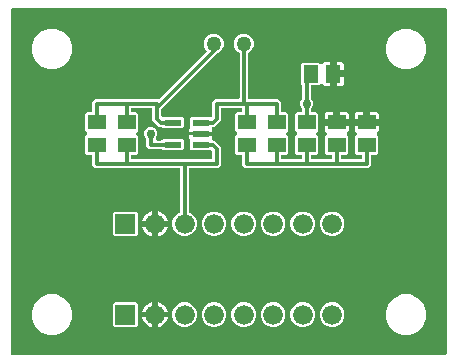
<source format=gbr>
G04 EAGLE Gerber RS-274X export*
G75*
%MOMM*%
%FSLAX34Y34*%
%LPD*%
%INTop Copper*%
%IPPOS*%
%AMOC8*
5,1,8,0,0,1.08239X$1,22.5*%
G01*
%ADD10R,1.500000X1.300000*%
%ADD11R,1.300000X1.500000*%
%ADD12C,1.270000*%
%ADD13R,1.473200X0.558800*%
%ADD14R,1.676400X1.676400*%
%ADD15C,1.676400*%
%ADD16C,0.304800*%
%ADD17C,0.756400*%

G36*
X370502Y3004D02*
X370502Y3004D01*
X370528Y3002D01*
X370675Y3024D01*
X370822Y3041D01*
X370847Y3049D01*
X370873Y3053D01*
X371011Y3108D01*
X371150Y3158D01*
X371172Y3172D01*
X371197Y3182D01*
X371318Y3267D01*
X371443Y3347D01*
X371461Y3366D01*
X371483Y3381D01*
X371582Y3491D01*
X371685Y3598D01*
X371699Y3620D01*
X371716Y3640D01*
X371788Y3770D01*
X371864Y3897D01*
X371872Y3922D01*
X371885Y3945D01*
X371925Y4088D01*
X371970Y4229D01*
X371972Y4255D01*
X371980Y4280D01*
X371999Y4524D01*
X371999Y295476D01*
X371997Y295497D01*
X371998Y295517D01*
X371998Y295521D01*
X371998Y295528D01*
X371976Y295675D01*
X371959Y295822D01*
X371951Y295847D01*
X371947Y295873D01*
X371892Y296011D01*
X371842Y296150D01*
X371828Y296172D01*
X371818Y296197D01*
X371733Y296318D01*
X371653Y296443D01*
X371634Y296461D01*
X371619Y296483D01*
X371509Y296582D01*
X371402Y296685D01*
X371380Y296699D01*
X371360Y296716D01*
X371230Y296788D01*
X371103Y296864D01*
X371078Y296872D01*
X371055Y296885D01*
X370912Y296925D01*
X370771Y296970D01*
X370745Y296972D01*
X370720Y296980D01*
X370476Y296999D01*
X4524Y296999D01*
X4498Y296996D01*
X4472Y296998D01*
X4325Y296976D01*
X4178Y296959D01*
X4153Y296951D01*
X4127Y296947D01*
X3989Y296892D01*
X3850Y296842D01*
X3828Y296828D01*
X3803Y296818D01*
X3682Y296733D01*
X3557Y296653D01*
X3539Y296634D01*
X3517Y296619D01*
X3418Y296509D01*
X3315Y296402D01*
X3301Y296380D01*
X3284Y296360D01*
X3212Y296230D01*
X3136Y296103D01*
X3128Y296078D01*
X3115Y296055D01*
X3075Y295912D01*
X3030Y295771D01*
X3028Y295745D01*
X3020Y295720D01*
X3001Y295476D01*
X3001Y4524D01*
X3004Y4498D01*
X3002Y4472D01*
X3024Y4325D01*
X3041Y4178D01*
X3049Y4153D01*
X3053Y4127D01*
X3108Y3989D01*
X3158Y3850D01*
X3172Y3828D01*
X3182Y3803D01*
X3267Y3682D01*
X3347Y3557D01*
X3366Y3539D01*
X3381Y3517D01*
X3491Y3418D01*
X3598Y3315D01*
X3620Y3301D01*
X3640Y3284D01*
X3770Y3212D01*
X3897Y3136D01*
X3922Y3128D01*
X3945Y3115D01*
X4088Y3075D01*
X4229Y3030D01*
X4255Y3028D01*
X4280Y3020D01*
X4524Y3001D01*
X370476Y3001D01*
X370502Y3004D01*
G37*
%LPC*%
G36*
X201140Y161775D02*
X201140Y161775D01*
X199075Y163840D01*
X199075Y171176D01*
X199072Y171202D01*
X199074Y171228D01*
X199052Y171375D01*
X199035Y171522D01*
X199027Y171547D01*
X199023Y171573D01*
X198968Y171711D01*
X198918Y171850D01*
X198904Y171872D01*
X198894Y171897D01*
X198809Y172018D01*
X198729Y172143D01*
X198710Y172161D01*
X198695Y172183D01*
X198585Y172282D01*
X198478Y172385D01*
X198456Y172399D01*
X198436Y172416D01*
X198306Y172488D01*
X198179Y172564D01*
X198154Y172572D01*
X198131Y172585D01*
X197988Y172625D01*
X197847Y172670D01*
X197821Y172672D01*
X197796Y172680D01*
X197552Y172699D01*
X194271Y172699D01*
X193099Y173871D01*
X193099Y188529D01*
X194193Y189623D01*
X194210Y189643D01*
X194230Y189660D01*
X194318Y189780D01*
X194410Y189896D01*
X194421Y189920D01*
X194437Y189941D01*
X194496Y190077D01*
X194559Y190211D01*
X194564Y190237D01*
X194575Y190261D01*
X194601Y190407D01*
X194632Y190552D01*
X194632Y190578D01*
X194637Y190604D01*
X194629Y190752D01*
X194626Y190900D01*
X194620Y190926D01*
X194619Y190952D01*
X194578Y191094D01*
X194541Y191238D01*
X194529Y191261D01*
X194522Y191287D01*
X194450Y191416D01*
X194382Y191548D01*
X194365Y191568D01*
X194352Y191591D01*
X194193Y191777D01*
X193099Y192871D01*
X193099Y207529D01*
X194271Y208701D01*
X197552Y208701D01*
X197578Y208704D01*
X197604Y208702D01*
X197751Y208724D01*
X197898Y208741D01*
X197923Y208749D01*
X197949Y208753D01*
X198087Y208808D01*
X198226Y208858D01*
X198248Y208872D01*
X198273Y208882D01*
X198394Y208967D01*
X198519Y209047D01*
X198537Y209066D01*
X198559Y209081D01*
X198658Y209191D01*
X198761Y209298D01*
X198775Y209320D01*
X198792Y209340D01*
X198864Y209470D01*
X198940Y209597D01*
X198948Y209622D01*
X198961Y209645D01*
X199001Y209788D01*
X199046Y209929D01*
X199048Y209955D01*
X199056Y209980D01*
X199075Y210224D01*
X199075Y211052D01*
X199072Y211078D01*
X199074Y211104D01*
X199052Y211251D01*
X199035Y211398D01*
X199027Y211423D01*
X199023Y211449D01*
X198968Y211587D01*
X198918Y211726D01*
X198904Y211748D01*
X198894Y211773D01*
X198810Y211894D01*
X198729Y212019D01*
X198710Y212037D01*
X198695Y212059D01*
X198585Y212158D01*
X198478Y212261D01*
X198456Y212275D01*
X198436Y212292D01*
X198306Y212364D01*
X198179Y212440D01*
X198154Y212448D01*
X198131Y212461D01*
X197988Y212501D01*
X197847Y212546D01*
X197821Y212548D01*
X197796Y212556D01*
X197552Y212575D01*
X182248Y212575D01*
X182222Y212572D01*
X182196Y212574D01*
X182049Y212552D01*
X181902Y212535D01*
X181877Y212527D01*
X181851Y212523D01*
X181713Y212468D01*
X181574Y212418D01*
X181552Y212404D01*
X181527Y212394D01*
X181406Y212309D01*
X181281Y212229D01*
X181263Y212210D01*
X181241Y212195D01*
X181142Y212085D01*
X181039Y211978D01*
X181025Y211956D01*
X181008Y211936D01*
X180936Y211806D01*
X180860Y211679D01*
X180852Y211654D01*
X180839Y211631D01*
X180799Y211488D01*
X180754Y211347D01*
X180752Y211321D01*
X180744Y211296D01*
X180725Y211052D01*
X180725Y201940D01*
X175358Y196573D01*
X174894Y196573D01*
X174844Y196567D01*
X174793Y196570D01*
X174671Y196548D01*
X174548Y196533D01*
X174500Y196516D01*
X174450Y196507D01*
X174337Y196458D01*
X174220Y196416D01*
X174177Y196388D01*
X174130Y196368D01*
X174031Y196294D01*
X173927Y196227D01*
X173892Y196190D01*
X173851Y196160D01*
X173771Y196065D01*
X173685Y195976D01*
X173659Y195932D01*
X173626Y195893D01*
X173570Y195783D01*
X173506Y195677D01*
X173491Y195629D01*
X173467Y195583D01*
X173438Y195463D01*
X173400Y195345D01*
X173396Y195294D01*
X173384Y195245D01*
X173382Y195121D01*
X173372Y194998D01*
X173380Y194947D01*
X173379Y194896D01*
X173423Y194656D01*
X173645Y193829D01*
X173645Y192223D01*
X163738Y192223D01*
X153831Y192223D01*
X153831Y193829D01*
X154004Y194475D01*
X154287Y194963D01*
X154287Y194965D01*
X154288Y194966D01*
X154357Y195127D01*
X154425Y195283D01*
X154425Y195284D01*
X154426Y195286D01*
X154455Y195447D01*
X154487Y195626D01*
X154487Y195627D01*
X154488Y195629D01*
X154479Y195798D01*
X154470Y195974D01*
X154470Y195975D01*
X154470Y195977D01*
X154425Y196130D01*
X154374Y196309D01*
X154373Y196310D01*
X154373Y196312D01*
X154371Y196315D01*
X154371Y203721D01*
X155543Y204893D01*
X172152Y204893D01*
X172178Y204896D01*
X172204Y204894D01*
X172351Y204916D01*
X172498Y204933D01*
X172523Y204941D01*
X172549Y204945D01*
X172687Y205000D01*
X172826Y205050D01*
X172848Y205064D01*
X172873Y205074D01*
X172994Y205159D01*
X173119Y205239D01*
X173137Y205258D01*
X173159Y205273D01*
X173258Y205383D01*
X173361Y205490D01*
X173375Y205512D01*
X173392Y205532D01*
X173464Y205662D01*
X173540Y205789D01*
X173548Y205814D01*
X173561Y205837D01*
X173601Y205980D01*
X173646Y206121D01*
X173648Y206147D01*
X173656Y206172D01*
X173675Y206416D01*
X173675Y217560D01*
X175740Y219625D01*
X195152Y219625D01*
X195178Y219628D01*
X195204Y219626D01*
X195351Y219648D01*
X195498Y219665D01*
X195523Y219673D01*
X195549Y219677D01*
X195687Y219732D01*
X195826Y219782D01*
X195848Y219796D01*
X195873Y219806D01*
X195994Y219891D01*
X196119Y219971D01*
X196137Y219990D01*
X196159Y220005D01*
X196258Y220115D01*
X196361Y220222D01*
X196375Y220244D01*
X196392Y220264D01*
X196464Y220394D01*
X196540Y220521D01*
X196548Y220546D01*
X196561Y220569D01*
X196601Y220712D01*
X196646Y220853D01*
X196648Y220879D01*
X196656Y220904D01*
X196675Y221148D01*
X196675Y258303D01*
X196667Y258379D01*
X196668Y258456D01*
X196647Y258552D01*
X196635Y258650D01*
X196610Y258722D01*
X196593Y258796D01*
X196551Y258885D01*
X196518Y258978D01*
X196476Y259042D01*
X196444Y259111D01*
X196382Y259188D01*
X196329Y259271D01*
X196274Y259324D01*
X196226Y259383D01*
X196149Y259444D01*
X196078Y259513D01*
X196013Y259552D01*
X195953Y259599D01*
X195820Y259667D01*
X195779Y259692D01*
X195761Y259697D01*
X195735Y259711D01*
X195470Y259821D01*
X193121Y262170D01*
X191849Y265239D01*
X191849Y268561D01*
X193121Y271630D01*
X195470Y273979D01*
X198539Y275251D01*
X201861Y275251D01*
X204930Y273979D01*
X207279Y271630D01*
X208551Y268561D01*
X208551Y265239D01*
X207279Y262170D01*
X204930Y259821D01*
X204665Y259711D01*
X204598Y259674D01*
X204527Y259645D01*
X204447Y259589D01*
X204360Y259541D01*
X204304Y259490D01*
X204241Y259446D01*
X204175Y259373D01*
X204102Y259307D01*
X204059Y259244D01*
X204008Y259188D01*
X203960Y259101D01*
X203904Y259021D01*
X203876Y258950D01*
X203839Y258883D01*
X203812Y258788D01*
X203776Y258696D01*
X203765Y258621D01*
X203744Y258547D01*
X203732Y258398D01*
X203725Y258352D01*
X203727Y258332D01*
X203725Y258303D01*
X203725Y221148D01*
X203728Y221122D01*
X203726Y221096D01*
X203748Y220949D01*
X203765Y220802D01*
X203773Y220777D01*
X203777Y220751D01*
X203832Y220613D01*
X203882Y220474D01*
X203896Y220452D01*
X203906Y220427D01*
X203991Y220306D01*
X204071Y220181D01*
X204090Y220163D01*
X204105Y220141D01*
X204215Y220042D01*
X204322Y219939D01*
X204344Y219925D01*
X204364Y219908D01*
X204494Y219836D01*
X204621Y219760D01*
X204646Y219752D01*
X204669Y219739D01*
X204812Y219699D01*
X204953Y219654D01*
X204979Y219652D01*
X205004Y219644D01*
X205248Y219625D01*
X229460Y219625D01*
X231525Y217560D01*
X231525Y210224D01*
X231528Y210198D01*
X231526Y210172D01*
X231548Y210025D01*
X231565Y209878D01*
X231573Y209853D01*
X231577Y209827D01*
X231632Y209689D01*
X231682Y209550D01*
X231696Y209528D01*
X231706Y209503D01*
X231791Y209382D01*
X231871Y209257D01*
X231890Y209239D01*
X231905Y209217D01*
X232015Y209118D01*
X232122Y209015D01*
X232144Y209001D01*
X232164Y208984D01*
X232294Y208912D01*
X232421Y208836D01*
X232446Y208828D01*
X232469Y208815D01*
X232612Y208775D01*
X232753Y208730D01*
X232779Y208728D01*
X232804Y208720D01*
X233048Y208701D01*
X236329Y208701D01*
X237501Y207529D01*
X237501Y192871D01*
X236407Y191777D01*
X236390Y191757D01*
X236370Y191740D01*
X236282Y191620D01*
X236190Y191504D01*
X236179Y191480D01*
X236163Y191459D01*
X236104Y191323D01*
X236041Y191189D01*
X236035Y191163D01*
X236025Y191139D01*
X235999Y190993D01*
X235968Y190848D01*
X235968Y190822D01*
X235963Y190796D01*
X235971Y190648D01*
X235974Y190500D01*
X235980Y190474D01*
X235981Y190448D01*
X236022Y190306D01*
X236059Y190162D01*
X236071Y190139D01*
X236078Y190113D01*
X236150Y189984D01*
X236218Y189852D01*
X236235Y189832D01*
X236248Y189809D01*
X236407Y189623D01*
X237501Y188529D01*
X237501Y173871D01*
X236329Y172699D01*
X233048Y172699D01*
X233022Y172696D01*
X232996Y172698D01*
X232849Y172676D01*
X232702Y172659D01*
X232677Y172651D01*
X232651Y172647D01*
X232513Y172592D01*
X232374Y172542D01*
X232352Y172528D01*
X232327Y172518D01*
X232206Y172433D01*
X232081Y172353D01*
X232063Y172334D01*
X232041Y172319D01*
X231942Y172209D01*
X231839Y172102D01*
X231825Y172080D01*
X231808Y172060D01*
X231736Y171930D01*
X231660Y171803D01*
X231652Y171778D01*
X231639Y171755D01*
X231599Y171612D01*
X231554Y171471D01*
X231552Y171445D01*
X231544Y171420D01*
X231525Y171176D01*
X231525Y170348D01*
X231528Y170322D01*
X231526Y170296D01*
X231548Y170149D01*
X231565Y170002D01*
X231573Y169977D01*
X231577Y169951D01*
X231632Y169813D01*
X231682Y169674D01*
X231696Y169652D01*
X231706Y169627D01*
X231791Y169506D01*
X231871Y169381D01*
X231890Y169363D01*
X231905Y169341D01*
X232015Y169242D01*
X232122Y169139D01*
X232144Y169125D01*
X232164Y169108D01*
X232294Y169036D01*
X232421Y168960D01*
X232446Y168952D01*
X232469Y168939D01*
X232612Y168899D01*
X232753Y168854D01*
X232779Y168852D01*
X232804Y168844D01*
X233048Y168825D01*
X248352Y168825D01*
X248378Y168828D01*
X248404Y168826D01*
X248551Y168848D01*
X248698Y168865D01*
X248723Y168873D01*
X248749Y168877D01*
X248887Y168932D01*
X249026Y168982D01*
X249048Y168996D01*
X249073Y169006D01*
X249194Y169091D01*
X249319Y169171D01*
X249337Y169190D01*
X249359Y169205D01*
X249458Y169315D01*
X249561Y169422D01*
X249575Y169444D01*
X249592Y169464D01*
X249664Y169594D01*
X249740Y169721D01*
X249748Y169746D01*
X249761Y169769D01*
X249801Y169912D01*
X249846Y170053D01*
X249848Y170079D01*
X249856Y170104D01*
X249875Y170348D01*
X249875Y171176D01*
X249872Y171202D01*
X249874Y171228D01*
X249852Y171375D01*
X249835Y171522D01*
X249827Y171547D01*
X249823Y171573D01*
X249768Y171711D01*
X249718Y171850D01*
X249704Y171872D01*
X249694Y171897D01*
X249609Y172018D01*
X249529Y172143D01*
X249510Y172161D01*
X249495Y172183D01*
X249385Y172282D01*
X249278Y172385D01*
X249256Y172399D01*
X249236Y172416D01*
X249106Y172488D01*
X248979Y172564D01*
X248954Y172572D01*
X248931Y172585D01*
X248788Y172625D01*
X248647Y172670D01*
X248621Y172672D01*
X248596Y172680D01*
X248352Y172699D01*
X245071Y172699D01*
X243899Y173871D01*
X243899Y188529D01*
X244993Y189623D01*
X245010Y189643D01*
X245030Y189660D01*
X245118Y189780D01*
X245210Y189896D01*
X245221Y189920D01*
X245237Y189941D01*
X245296Y190077D01*
X245359Y190211D01*
X245364Y190237D01*
X245375Y190261D01*
X245401Y190407D01*
X245432Y190552D01*
X245432Y190578D01*
X245437Y190604D01*
X245429Y190752D01*
X245426Y190900D01*
X245420Y190926D01*
X245419Y190952D01*
X245378Y191094D01*
X245341Y191238D01*
X245329Y191261D01*
X245322Y191287D01*
X245250Y191416D01*
X245182Y191548D01*
X245165Y191568D01*
X245152Y191591D01*
X244993Y191777D01*
X243899Y192871D01*
X243899Y207529D01*
X245071Y208701D01*
X248352Y208701D01*
X248378Y208704D01*
X248404Y208702D01*
X248551Y208724D01*
X248698Y208741D01*
X248723Y208749D01*
X248749Y208753D01*
X248887Y208808D01*
X249026Y208858D01*
X249048Y208872D01*
X249073Y208882D01*
X249194Y208967D01*
X249319Y209047D01*
X249337Y209066D01*
X249359Y209081D01*
X249458Y209191D01*
X249561Y209298D01*
X249575Y209320D01*
X249592Y209340D01*
X249664Y209470D01*
X249740Y209597D01*
X249748Y209622D01*
X249761Y209645D01*
X249801Y209788D01*
X249846Y209929D01*
X249848Y209955D01*
X249856Y209980D01*
X249875Y210224D01*
X249875Y210816D01*
X249861Y210941D01*
X249854Y211068D01*
X249841Y211114D01*
X249835Y211162D01*
X249793Y211281D01*
X249758Y211402D01*
X249734Y211445D01*
X249718Y211490D01*
X249649Y211596D01*
X249588Y211707D01*
X249548Y211753D01*
X249529Y211783D01*
X249494Y211816D01*
X249429Y211893D01*
X248498Y212824D01*
X247617Y214950D01*
X247617Y217250D01*
X248498Y219376D01*
X249429Y220307D01*
X249508Y220406D01*
X249592Y220500D01*
X249616Y220542D01*
X249646Y220580D01*
X249700Y220694D01*
X249761Y220805D01*
X249774Y220852D01*
X249795Y220895D01*
X249821Y221019D01*
X249856Y221140D01*
X249861Y221201D01*
X249868Y221236D01*
X249867Y221284D01*
X249875Y221384D01*
X249875Y230764D01*
X249861Y230890D01*
X249854Y231016D01*
X249841Y231063D01*
X249835Y231111D01*
X249793Y231229D01*
X249758Y231351D01*
X249734Y231393D01*
X249718Y231439D01*
X249649Y231545D01*
X249588Y231655D01*
X249548Y231701D01*
X249529Y231731D01*
X249494Y231765D01*
X249429Y231841D01*
X248299Y232971D01*
X248299Y249629D01*
X249471Y250801D01*
X264129Y250801D01*
X264876Y250054D01*
X264916Y250022D01*
X264950Y249984D01*
X265052Y249914D01*
X265149Y249837D01*
X265195Y249815D01*
X265237Y249786D01*
X265352Y249741D01*
X265464Y249688D01*
X265514Y249677D01*
X265561Y249659D01*
X265684Y249641D01*
X265805Y249615D01*
X265856Y249616D01*
X265906Y249608D01*
X266030Y249619D01*
X266153Y249621D01*
X266203Y249633D01*
X266253Y249637D01*
X266371Y249676D01*
X266491Y249706D01*
X266536Y249729D01*
X266585Y249745D01*
X266691Y249809D01*
X266801Y249865D01*
X266840Y249898D01*
X266883Y249925D01*
X266972Y250011D01*
X267066Y250091D01*
X267097Y250132D01*
X267133Y250168D01*
X267264Y250357D01*
X267740Y250833D01*
X268319Y251168D01*
X268965Y251341D01*
X272753Y251341D01*
X272753Y242824D01*
X272756Y242798D01*
X272754Y242772D01*
X272776Y242625D01*
X272793Y242478D01*
X272801Y242453D01*
X272805Y242427D01*
X272860Y242289D01*
X272910Y242150D01*
X272924Y242128D01*
X272934Y242103D01*
X273019Y241982D01*
X273099Y241857D01*
X273118Y241839D01*
X273133Y241817D01*
X273243Y241718D01*
X273350Y241615D01*
X273372Y241601D01*
X273392Y241584D01*
X273522Y241512D01*
X273649Y241436D01*
X273674Y241428D01*
X273697Y241415D01*
X273840Y241375D01*
X273981Y241330D01*
X274007Y241328D01*
X274032Y241320D01*
X274276Y241301D01*
X275801Y241301D01*
X275801Y241299D01*
X274276Y241299D01*
X274250Y241296D01*
X274224Y241298D01*
X274077Y241276D01*
X273930Y241259D01*
X273905Y241250D01*
X273879Y241247D01*
X273741Y241192D01*
X273602Y241142D01*
X273580Y241128D01*
X273555Y241118D01*
X273434Y241033D01*
X273309Y240953D01*
X273291Y240934D01*
X273269Y240919D01*
X273170Y240809D01*
X273067Y240702D01*
X273053Y240680D01*
X273036Y240660D01*
X272964Y240530D01*
X272888Y240403D01*
X272880Y240378D01*
X272867Y240355D01*
X272827Y240212D01*
X272782Y240071D01*
X272780Y240045D01*
X272772Y240020D01*
X272753Y239776D01*
X272753Y231259D01*
X268965Y231259D01*
X268319Y231432D01*
X267740Y231767D01*
X267261Y232246D01*
X267242Y232272D01*
X267218Y232317D01*
X267138Y232411D01*
X267064Y232511D01*
X267026Y232544D01*
X266992Y232583D01*
X266893Y232656D01*
X266799Y232736D01*
X266753Y232760D01*
X266712Y232790D01*
X266599Y232839D01*
X266489Y232895D01*
X266439Y232908D01*
X266392Y232928D01*
X266271Y232950D01*
X266150Y232980D01*
X266099Y232980D01*
X266049Y232990D01*
X265926Y232983D01*
X265802Y232985D01*
X265752Y232974D01*
X265701Y232972D01*
X265582Y232937D01*
X265461Y232911D01*
X265415Y232889D01*
X265366Y232875D01*
X265258Y232815D01*
X265147Y232762D01*
X265107Y232730D01*
X265062Y232705D01*
X264876Y232546D01*
X264129Y231799D01*
X258448Y231799D01*
X258422Y231796D01*
X258396Y231798D01*
X258249Y231776D01*
X258102Y231759D01*
X258077Y231751D01*
X258051Y231747D01*
X257913Y231692D01*
X257774Y231642D01*
X257752Y231628D01*
X257727Y231618D01*
X257606Y231533D01*
X257481Y231453D01*
X257463Y231434D01*
X257441Y231419D01*
X257342Y231309D01*
X257239Y231202D01*
X257225Y231180D01*
X257208Y231160D01*
X257136Y231030D01*
X257060Y230903D01*
X257052Y230878D01*
X257039Y230855D01*
X256999Y230712D01*
X256954Y230571D01*
X256952Y230545D01*
X256944Y230520D01*
X256925Y230276D01*
X256925Y221384D01*
X256939Y221259D01*
X256946Y221132D01*
X256959Y221086D01*
X256965Y221038D01*
X257007Y220919D01*
X257042Y220798D01*
X257066Y220755D01*
X257082Y220710D01*
X257151Y220604D01*
X257212Y220493D01*
X257252Y220447D01*
X257271Y220417D01*
X257306Y220384D01*
X257371Y220307D01*
X258302Y219376D01*
X259183Y217250D01*
X259183Y214950D01*
X258302Y212824D01*
X257371Y211893D01*
X257292Y211794D01*
X257208Y211700D01*
X257184Y211658D01*
X257154Y211620D01*
X257100Y211506D01*
X257039Y211395D01*
X257026Y211348D01*
X257005Y211305D01*
X256979Y211181D01*
X256944Y211060D01*
X256939Y210999D01*
X256932Y210964D01*
X256933Y210916D01*
X256925Y210816D01*
X256925Y210224D01*
X256928Y210198D01*
X256926Y210172D01*
X256948Y210025D01*
X256965Y209878D01*
X256973Y209853D01*
X256977Y209827D01*
X257032Y209689D01*
X257082Y209550D01*
X257096Y209528D01*
X257106Y209503D01*
X257191Y209382D01*
X257271Y209257D01*
X257290Y209239D01*
X257305Y209217D01*
X257415Y209118D01*
X257522Y209015D01*
X257544Y209001D01*
X257564Y208984D01*
X257694Y208912D01*
X257821Y208836D01*
X257846Y208828D01*
X257869Y208815D01*
X258012Y208775D01*
X258153Y208730D01*
X258179Y208728D01*
X258204Y208720D01*
X258448Y208701D01*
X261729Y208701D01*
X262901Y207529D01*
X262901Y192871D01*
X261807Y191777D01*
X261790Y191757D01*
X261770Y191740D01*
X261682Y191620D01*
X261590Y191504D01*
X261579Y191480D01*
X261563Y191459D01*
X261504Y191323D01*
X261441Y191189D01*
X261435Y191163D01*
X261425Y191139D01*
X261399Y190993D01*
X261368Y190848D01*
X261368Y190822D01*
X261363Y190796D01*
X261371Y190648D01*
X261374Y190500D01*
X261380Y190474D01*
X261381Y190448D01*
X261422Y190306D01*
X261459Y190162D01*
X261471Y190139D01*
X261478Y190113D01*
X261550Y189984D01*
X261618Y189852D01*
X261635Y189832D01*
X261648Y189809D01*
X261807Y189623D01*
X262901Y188529D01*
X262901Y173871D01*
X261729Y172699D01*
X258448Y172699D01*
X258422Y172696D01*
X258396Y172698D01*
X258249Y172676D01*
X258102Y172659D01*
X258077Y172651D01*
X258051Y172647D01*
X257913Y172592D01*
X257774Y172542D01*
X257752Y172528D01*
X257727Y172518D01*
X257606Y172433D01*
X257481Y172353D01*
X257463Y172334D01*
X257441Y172319D01*
X257342Y172209D01*
X257239Y172102D01*
X257225Y172080D01*
X257208Y172060D01*
X257136Y171930D01*
X257060Y171803D01*
X257052Y171778D01*
X257039Y171755D01*
X256999Y171612D01*
X256954Y171471D01*
X256952Y171445D01*
X256944Y171420D01*
X256925Y171176D01*
X256925Y170348D01*
X256928Y170322D01*
X256926Y170296D01*
X256948Y170149D01*
X256965Y170002D01*
X256973Y169977D01*
X256977Y169951D01*
X257032Y169813D01*
X257082Y169674D01*
X257096Y169652D01*
X257106Y169627D01*
X257191Y169506D01*
X257271Y169381D01*
X257290Y169363D01*
X257305Y169341D01*
X257415Y169242D01*
X257522Y169139D01*
X257544Y169125D01*
X257564Y169108D01*
X257694Y169036D01*
X257821Y168960D01*
X257846Y168952D01*
X257869Y168939D01*
X258012Y168899D01*
X258153Y168854D01*
X258179Y168852D01*
X258204Y168844D01*
X258448Y168825D01*
X273752Y168825D01*
X273778Y168828D01*
X273804Y168826D01*
X273951Y168848D01*
X274098Y168865D01*
X274123Y168873D01*
X274149Y168877D01*
X274287Y168932D01*
X274426Y168982D01*
X274448Y168996D01*
X274473Y169006D01*
X274594Y169091D01*
X274719Y169171D01*
X274737Y169190D01*
X274759Y169205D01*
X274858Y169315D01*
X274961Y169422D01*
X274975Y169444D01*
X274992Y169464D01*
X275064Y169594D01*
X275140Y169721D01*
X275148Y169746D01*
X275161Y169769D01*
X275201Y169912D01*
X275246Y170053D01*
X275248Y170079D01*
X275256Y170104D01*
X275275Y170348D01*
X275275Y171176D01*
X275272Y171202D01*
X275274Y171228D01*
X275252Y171375D01*
X275235Y171522D01*
X275227Y171547D01*
X275223Y171573D01*
X275168Y171711D01*
X275118Y171850D01*
X275104Y171872D01*
X275094Y171897D01*
X275009Y172018D01*
X274929Y172143D01*
X274910Y172161D01*
X274895Y172183D01*
X274785Y172282D01*
X274678Y172385D01*
X274656Y172399D01*
X274636Y172416D01*
X274506Y172488D01*
X274379Y172564D01*
X274354Y172572D01*
X274331Y172585D01*
X274188Y172625D01*
X274047Y172670D01*
X274021Y172672D01*
X273996Y172680D01*
X273752Y172699D01*
X270471Y172699D01*
X269299Y173871D01*
X269299Y188529D01*
X270046Y189276D01*
X270078Y189316D01*
X270116Y189350D01*
X270186Y189452D01*
X270263Y189549D01*
X270285Y189595D01*
X270314Y189637D01*
X270359Y189752D01*
X270412Y189864D01*
X270423Y189914D01*
X270441Y189961D01*
X270459Y190084D01*
X270485Y190205D01*
X270484Y190256D01*
X270492Y190306D01*
X270481Y190430D01*
X270479Y190553D01*
X270467Y190603D01*
X270463Y190653D01*
X270424Y190771D01*
X270394Y190891D01*
X270371Y190936D01*
X270355Y190985D01*
X270300Y191077D01*
X270298Y191081D01*
X270291Y191091D01*
X270235Y191201D01*
X270202Y191240D01*
X270175Y191283D01*
X270113Y191347D01*
X270099Y191367D01*
X270073Y191391D01*
X270009Y191466D01*
X269968Y191497D01*
X269932Y191533D01*
X269861Y191583D01*
X269840Y191601D01*
X269809Y191618D01*
X269743Y191664D01*
X269267Y192140D01*
X268932Y192719D01*
X268759Y193365D01*
X268759Y197153D01*
X277276Y197153D01*
X277302Y197156D01*
X277328Y197154D01*
X277475Y197176D01*
X277622Y197193D01*
X277647Y197201D01*
X277673Y197205D01*
X277811Y197260D01*
X277950Y197310D01*
X277972Y197324D01*
X277997Y197334D01*
X278118Y197419D01*
X278243Y197499D01*
X278261Y197518D01*
X278283Y197533D01*
X278382Y197643D01*
X278485Y197750D01*
X278499Y197772D01*
X278516Y197792D01*
X278588Y197922D01*
X278664Y198049D01*
X278672Y198074D01*
X278685Y198097D01*
X278725Y198240D01*
X278770Y198381D01*
X278772Y198407D01*
X278780Y198432D01*
X278799Y198676D01*
X278799Y200201D01*
X278801Y200201D01*
X278801Y198676D01*
X278804Y198650D01*
X278802Y198624D01*
X278824Y198477D01*
X278841Y198330D01*
X278850Y198305D01*
X278853Y198279D01*
X278908Y198141D01*
X278958Y198002D01*
X278972Y197980D01*
X278982Y197955D01*
X279067Y197834D01*
X279147Y197709D01*
X279166Y197691D01*
X279181Y197669D01*
X279291Y197570D01*
X279398Y197467D01*
X279420Y197453D01*
X279440Y197436D01*
X279570Y197364D01*
X279697Y197288D01*
X279722Y197280D01*
X279745Y197267D01*
X279888Y197227D01*
X280029Y197182D01*
X280055Y197180D01*
X280080Y197172D01*
X280324Y197153D01*
X288841Y197153D01*
X288841Y193365D01*
X288668Y192719D01*
X288333Y192140D01*
X287854Y191661D01*
X287828Y191642D01*
X287783Y191618D01*
X287722Y191566D01*
X287677Y191537D01*
X287649Y191509D01*
X287589Y191464D01*
X287556Y191426D01*
X287517Y191392D01*
X287454Y191307D01*
X287434Y191287D01*
X287425Y191271D01*
X287364Y191199D01*
X287340Y191153D01*
X287310Y191112D01*
X287261Y190999D01*
X287205Y190889D01*
X287192Y190839D01*
X287172Y190792D01*
X287150Y190671D01*
X287120Y190550D01*
X287120Y190499D01*
X287110Y190449D01*
X287117Y190326D01*
X287115Y190202D01*
X287126Y190152D01*
X287128Y190101D01*
X287163Y189982D01*
X287189Y189861D01*
X287211Y189815D01*
X287225Y189766D01*
X287285Y189658D01*
X287338Y189547D01*
X287370Y189507D01*
X287395Y189462D01*
X287554Y189276D01*
X288301Y188529D01*
X288301Y173871D01*
X287129Y172699D01*
X283848Y172699D01*
X283822Y172696D01*
X283796Y172698D01*
X283649Y172676D01*
X283502Y172659D01*
X283477Y172651D01*
X283451Y172647D01*
X283313Y172592D01*
X283174Y172542D01*
X283152Y172528D01*
X283127Y172518D01*
X283006Y172433D01*
X282881Y172353D01*
X282863Y172334D01*
X282841Y172319D01*
X282742Y172209D01*
X282639Y172102D01*
X282625Y172080D01*
X282608Y172060D01*
X282536Y171930D01*
X282460Y171803D01*
X282452Y171778D01*
X282439Y171755D01*
X282399Y171612D01*
X282354Y171471D01*
X282352Y171445D01*
X282344Y171420D01*
X282325Y171176D01*
X282325Y170348D01*
X282328Y170322D01*
X282326Y170296D01*
X282348Y170149D01*
X282365Y170002D01*
X282373Y169977D01*
X282377Y169951D01*
X282432Y169813D01*
X282482Y169674D01*
X282496Y169652D01*
X282506Y169627D01*
X282591Y169506D01*
X282671Y169381D01*
X282690Y169363D01*
X282705Y169341D01*
X282815Y169242D01*
X282922Y169139D01*
X282944Y169125D01*
X282964Y169108D01*
X283094Y169036D01*
X283221Y168960D01*
X283246Y168952D01*
X283269Y168939D01*
X283412Y168899D01*
X283553Y168854D01*
X283579Y168852D01*
X283604Y168844D01*
X283848Y168825D01*
X299152Y168825D01*
X299178Y168828D01*
X299204Y168826D01*
X299351Y168848D01*
X299498Y168865D01*
X299523Y168873D01*
X299549Y168877D01*
X299687Y168932D01*
X299826Y168982D01*
X299848Y168996D01*
X299873Y169006D01*
X299994Y169091D01*
X300119Y169171D01*
X300137Y169190D01*
X300159Y169205D01*
X300258Y169315D01*
X300361Y169422D01*
X300375Y169444D01*
X300392Y169464D01*
X300464Y169594D01*
X300540Y169721D01*
X300548Y169746D01*
X300561Y169769D01*
X300601Y169912D01*
X300646Y170053D01*
X300648Y170079D01*
X300656Y170104D01*
X300675Y170348D01*
X300675Y171176D01*
X300672Y171202D01*
X300674Y171228D01*
X300652Y171375D01*
X300635Y171522D01*
X300627Y171547D01*
X300623Y171573D01*
X300568Y171711D01*
X300518Y171850D01*
X300504Y171872D01*
X300494Y171897D01*
X300409Y172018D01*
X300329Y172143D01*
X300310Y172161D01*
X300295Y172183D01*
X300185Y172282D01*
X300078Y172385D01*
X300056Y172399D01*
X300036Y172416D01*
X299906Y172488D01*
X299779Y172564D01*
X299754Y172572D01*
X299731Y172585D01*
X299588Y172625D01*
X299447Y172670D01*
X299421Y172672D01*
X299396Y172680D01*
X299152Y172699D01*
X295871Y172699D01*
X294699Y173871D01*
X294699Y188529D01*
X295446Y189276D01*
X295478Y189316D01*
X295516Y189350D01*
X295586Y189452D01*
X295663Y189549D01*
X295685Y189595D01*
X295714Y189637D01*
X295759Y189752D01*
X295812Y189864D01*
X295823Y189914D01*
X295841Y189961D01*
X295859Y190084D01*
X295885Y190205D01*
X295884Y190256D01*
X295892Y190306D01*
X295881Y190430D01*
X295879Y190553D01*
X295867Y190603D01*
X295863Y190653D01*
X295824Y190771D01*
X295794Y190891D01*
X295771Y190936D01*
X295755Y190985D01*
X295700Y191077D01*
X295698Y191081D01*
X295691Y191091D01*
X295635Y191201D01*
X295602Y191240D01*
X295575Y191283D01*
X295513Y191347D01*
X295499Y191367D01*
X295473Y191391D01*
X295409Y191466D01*
X295368Y191497D01*
X295332Y191533D01*
X295261Y191583D01*
X295240Y191601D01*
X295209Y191618D01*
X295143Y191664D01*
X294667Y192140D01*
X294332Y192719D01*
X294159Y193365D01*
X294159Y197153D01*
X302676Y197153D01*
X302702Y197156D01*
X302728Y197154D01*
X302875Y197176D01*
X303022Y197193D01*
X303047Y197201D01*
X303073Y197205D01*
X303211Y197260D01*
X303350Y197310D01*
X303372Y197324D01*
X303397Y197334D01*
X303518Y197419D01*
X303643Y197499D01*
X303661Y197518D01*
X303683Y197533D01*
X303782Y197643D01*
X303885Y197750D01*
X303899Y197772D01*
X303916Y197792D01*
X303988Y197922D01*
X304064Y198049D01*
X304072Y198074D01*
X304085Y198097D01*
X304125Y198240D01*
X304170Y198381D01*
X304172Y198407D01*
X304180Y198432D01*
X304199Y198676D01*
X304199Y200201D01*
X304201Y200201D01*
X304201Y198676D01*
X304204Y198650D01*
X304202Y198624D01*
X304224Y198477D01*
X304241Y198330D01*
X304250Y198305D01*
X304253Y198279D01*
X304308Y198141D01*
X304358Y198002D01*
X304372Y197980D01*
X304382Y197955D01*
X304467Y197834D01*
X304547Y197709D01*
X304566Y197691D01*
X304581Y197669D01*
X304691Y197570D01*
X304798Y197467D01*
X304820Y197453D01*
X304840Y197436D01*
X304970Y197364D01*
X305097Y197288D01*
X305122Y197280D01*
X305145Y197267D01*
X305288Y197227D01*
X305429Y197182D01*
X305455Y197180D01*
X305480Y197172D01*
X305724Y197153D01*
X314241Y197153D01*
X314241Y193365D01*
X314068Y192719D01*
X313733Y192140D01*
X313254Y191661D01*
X313228Y191642D01*
X313183Y191618D01*
X313122Y191566D01*
X313077Y191537D01*
X313049Y191509D01*
X312989Y191464D01*
X312956Y191426D01*
X312917Y191392D01*
X312854Y191307D01*
X312834Y191287D01*
X312825Y191271D01*
X312764Y191199D01*
X312740Y191153D01*
X312710Y191112D01*
X312661Y190999D01*
X312605Y190889D01*
X312592Y190839D01*
X312572Y190792D01*
X312550Y190671D01*
X312520Y190550D01*
X312520Y190499D01*
X312510Y190449D01*
X312517Y190326D01*
X312515Y190202D01*
X312526Y190152D01*
X312528Y190101D01*
X312563Y189982D01*
X312589Y189861D01*
X312611Y189815D01*
X312625Y189766D01*
X312685Y189658D01*
X312738Y189547D01*
X312770Y189507D01*
X312795Y189462D01*
X312954Y189276D01*
X313701Y188529D01*
X313701Y173871D01*
X312529Y172699D01*
X309248Y172699D01*
X309222Y172696D01*
X309196Y172698D01*
X309049Y172676D01*
X308902Y172659D01*
X308877Y172651D01*
X308851Y172647D01*
X308713Y172592D01*
X308574Y172542D01*
X308552Y172528D01*
X308527Y172518D01*
X308406Y172433D01*
X308281Y172353D01*
X308263Y172334D01*
X308241Y172319D01*
X308142Y172209D01*
X308039Y172102D01*
X308025Y172080D01*
X308008Y172060D01*
X307936Y171930D01*
X307860Y171803D01*
X307852Y171778D01*
X307839Y171755D01*
X307799Y171612D01*
X307754Y171471D01*
X307752Y171445D01*
X307744Y171420D01*
X307725Y171176D01*
X307725Y163840D01*
X305660Y161775D01*
X201140Y161775D01*
G37*
%LPD*%
%LPC*%
G36*
X147935Y103917D02*
X147935Y103917D01*
X144119Y105498D01*
X141198Y108419D01*
X139617Y112235D01*
X139617Y116365D01*
X141198Y120181D01*
X144119Y123102D01*
X145535Y123689D01*
X145602Y123726D01*
X145673Y123754D01*
X145754Y123810D01*
X145840Y123858D01*
X145896Y123909D01*
X145959Y123953D01*
X146025Y124026D01*
X146098Y124092D01*
X146141Y124155D01*
X146192Y124212D01*
X146240Y124298D01*
X146296Y124379D01*
X146324Y124450D01*
X146361Y124517D01*
X146388Y124612D01*
X146424Y124703D01*
X146435Y124779D01*
X146456Y124852D01*
X146468Y125001D01*
X146475Y125048D01*
X146473Y125067D01*
X146475Y125096D01*
X146475Y160252D01*
X146472Y160278D01*
X146474Y160304D01*
X146452Y160451D01*
X146435Y160598D01*
X146427Y160623D01*
X146423Y160649D01*
X146368Y160787D01*
X146318Y160926D01*
X146304Y160948D01*
X146294Y160973D01*
X146209Y161094D01*
X146129Y161219D01*
X146110Y161237D01*
X146095Y161259D01*
X145985Y161358D01*
X145878Y161461D01*
X145856Y161475D01*
X145836Y161492D01*
X145706Y161564D01*
X145579Y161640D01*
X145554Y161648D01*
X145531Y161661D01*
X145388Y161701D01*
X145247Y161746D01*
X145221Y161748D01*
X145196Y161756D01*
X144952Y161775D01*
X74140Y161775D01*
X72075Y163840D01*
X72075Y171176D01*
X72072Y171202D01*
X72074Y171228D01*
X72052Y171375D01*
X72035Y171522D01*
X72027Y171547D01*
X72023Y171573D01*
X71968Y171711D01*
X71918Y171850D01*
X71904Y171872D01*
X71894Y171897D01*
X71809Y172018D01*
X71729Y172143D01*
X71710Y172161D01*
X71695Y172183D01*
X71585Y172282D01*
X71478Y172385D01*
X71456Y172399D01*
X71436Y172416D01*
X71306Y172488D01*
X71179Y172564D01*
X71154Y172572D01*
X71131Y172585D01*
X70988Y172625D01*
X70847Y172670D01*
X70821Y172672D01*
X70796Y172680D01*
X70552Y172699D01*
X67271Y172699D01*
X66099Y173871D01*
X66099Y188529D01*
X67193Y189623D01*
X67210Y189643D01*
X67230Y189660D01*
X67318Y189780D01*
X67410Y189896D01*
X67421Y189920D01*
X67437Y189941D01*
X67496Y190077D01*
X67559Y190211D01*
X67564Y190237D01*
X67575Y190261D01*
X67601Y190407D01*
X67632Y190552D01*
X67632Y190578D01*
X67637Y190604D01*
X67629Y190752D01*
X67626Y190900D01*
X67620Y190926D01*
X67619Y190952D01*
X67578Y191094D01*
X67541Y191238D01*
X67529Y191261D01*
X67522Y191287D01*
X67450Y191416D01*
X67382Y191548D01*
X67365Y191568D01*
X67352Y191591D01*
X67193Y191777D01*
X66099Y192871D01*
X66099Y207529D01*
X67271Y208701D01*
X70552Y208701D01*
X70578Y208704D01*
X70604Y208702D01*
X70751Y208724D01*
X70898Y208741D01*
X70923Y208749D01*
X70949Y208753D01*
X71087Y208808D01*
X71226Y208858D01*
X71248Y208872D01*
X71273Y208882D01*
X71394Y208967D01*
X71519Y209047D01*
X71537Y209066D01*
X71559Y209081D01*
X71658Y209191D01*
X71761Y209298D01*
X71775Y209320D01*
X71792Y209340D01*
X71864Y209470D01*
X71940Y209597D01*
X71948Y209622D01*
X71961Y209645D01*
X72001Y209788D01*
X72046Y209929D01*
X72048Y209955D01*
X72056Y209980D01*
X72075Y210224D01*
X72075Y217560D01*
X74140Y219625D01*
X127909Y219625D01*
X128035Y219639D01*
X128161Y219646D01*
X128207Y219659D01*
X128255Y219665D01*
X128374Y219707D01*
X128496Y219742D01*
X128538Y219766D01*
X128583Y219782D01*
X128690Y219851D01*
X128800Y219912D01*
X128846Y219952D01*
X128876Y219971D01*
X128910Y220006D01*
X128986Y220071D01*
X168326Y259410D01*
X168342Y259431D01*
X168362Y259448D01*
X168450Y259567D01*
X168542Y259683D01*
X168554Y259707D01*
X168569Y259728D01*
X168628Y259865D01*
X168691Y259999D01*
X168697Y260024D01*
X168707Y260048D01*
X168734Y260195D01*
X168765Y260339D01*
X168764Y260365D01*
X168769Y260391D01*
X168761Y260540D01*
X168759Y260688D01*
X168752Y260713D01*
X168751Y260739D01*
X168710Y260881D01*
X168674Y261026D01*
X168662Y261049D01*
X168654Y261074D01*
X168582Y261203D01*
X168514Y261335D01*
X168497Y261355D01*
X168484Y261378D01*
X168326Y261565D01*
X167721Y262170D01*
X166449Y265239D01*
X166449Y268561D01*
X167721Y271630D01*
X170070Y273979D01*
X173139Y275251D01*
X176461Y275251D01*
X179530Y273979D01*
X181879Y271630D01*
X183151Y268561D01*
X183151Y265239D01*
X181879Y262170D01*
X179530Y259821D01*
X178402Y259353D01*
X178400Y259352D01*
X178398Y259352D01*
X178246Y259266D01*
X178097Y259184D01*
X178096Y259182D01*
X178094Y259181D01*
X177908Y259023D01*
X175814Y256929D01*
X130371Y211486D01*
X130292Y211387D01*
X130208Y211293D01*
X130184Y211251D01*
X130154Y211213D01*
X130100Y211099D01*
X130039Y210988D01*
X130026Y210942D01*
X130005Y210898D01*
X129979Y210775D01*
X129944Y210653D01*
X129939Y210592D01*
X129932Y210557D01*
X129933Y210509D01*
X129925Y210409D01*
X129925Y206416D01*
X129928Y206390D01*
X129926Y206364D01*
X129948Y206217D01*
X129965Y206070D01*
X129973Y206045D01*
X129977Y206019D01*
X130032Y205881D01*
X130082Y205742D01*
X130096Y205720D01*
X130106Y205695D01*
X130191Y205574D01*
X130271Y205449D01*
X130290Y205431D01*
X130305Y205409D01*
X130415Y205310D01*
X130522Y205207D01*
X130544Y205193D01*
X130564Y205176D01*
X130694Y205104D01*
X130821Y205028D01*
X130846Y205020D01*
X130869Y205007D01*
X131012Y204967D01*
X131153Y204922D01*
X131179Y204920D01*
X131204Y204912D01*
X131448Y204893D01*
X148057Y204893D01*
X149229Y203721D01*
X149229Y196475D01*
X148057Y195303D01*
X131667Y195303D01*
X130843Y196127D01*
X130744Y196206D01*
X130651Y196290D01*
X130608Y196314D01*
X130570Y196344D01*
X130456Y196398D01*
X130346Y196459D01*
X130299Y196472D01*
X130255Y196493D01*
X130132Y196519D01*
X130010Y196554D01*
X129949Y196559D01*
X129915Y196566D01*
X129867Y196565D01*
X129766Y196573D01*
X128242Y196573D01*
X122875Y201940D01*
X122875Y211052D01*
X122872Y211078D01*
X122874Y211104D01*
X122852Y211251D01*
X122835Y211398D01*
X122827Y211423D01*
X122823Y211449D01*
X122768Y211587D01*
X122718Y211726D01*
X122704Y211748D01*
X122694Y211773D01*
X122610Y211894D01*
X122529Y212019D01*
X122510Y212037D01*
X122495Y212059D01*
X122385Y212158D01*
X122278Y212261D01*
X122256Y212275D01*
X122236Y212292D01*
X122106Y212364D01*
X121979Y212440D01*
X121954Y212448D01*
X121931Y212461D01*
X121788Y212501D01*
X121647Y212546D01*
X121621Y212548D01*
X121596Y212556D01*
X121352Y212575D01*
X106048Y212575D01*
X106022Y212572D01*
X105996Y212574D01*
X105849Y212552D01*
X105702Y212535D01*
X105677Y212527D01*
X105651Y212523D01*
X105513Y212468D01*
X105374Y212418D01*
X105352Y212404D01*
X105327Y212394D01*
X105206Y212309D01*
X105081Y212229D01*
X105063Y212210D01*
X105041Y212195D01*
X104942Y212085D01*
X104839Y211978D01*
X104825Y211956D01*
X104808Y211936D01*
X104736Y211806D01*
X104660Y211679D01*
X104652Y211654D01*
X104639Y211631D01*
X104599Y211488D01*
X104554Y211347D01*
X104552Y211321D01*
X104544Y211296D01*
X104525Y211052D01*
X104525Y210224D01*
X104528Y210198D01*
X104526Y210172D01*
X104548Y210025D01*
X104565Y209878D01*
X104573Y209853D01*
X104577Y209827D01*
X104632Y209689D01*
X104682Y209550D01*
X104696Y209528D01*
X104706Y209503D01*
X104791Y209382D01*
X104871Y209257D01*
X104890Y209239D01*
X104905Y209217D01*
X105015Y209118D01*
X105122Y209015D01*
X105144Y209001D01*
X105164Y208984D01*
X105294Y208912D01*
X105421Y208836D01*
X105446Y208828D01*
X105469Y208815D01*
X105612Y208775D01*
X105753Y208730D01*
X105779Y208728D01*
X105804Y208720D01*
X106048Y208701D01*
X109329Y208701D01*
X110501Y207529D01*
X110501Y192871D01*
X109407Y191777D01*
X109390Y191757D01*
X109370Y191740D01*
X109282Y191620D01*
X109190Y191504D01*
X109179Y191480D01*
X109163Y191459D01*
X109104Y191323D01*
X109041Y191189D01*
X109035Y191163D01*
X109025Y191139D01*
X108999Y190993D01*
X108968Y190848D01*
X108968Y190822D01*
X108963Y190796D01*
X108971Y190648D01*
X108974Y190500D01*
X108980Y190474D01*
X108981Y190448D01*
X109022Y190306D01*
X109059Y190162D01*
X109071Y190139D01*
X109078Y190113D01*
X109150Y189984D01*
X109218Y189852D01*
X109235Y189832D01*
X109248Y189809D01*
X109407Y189623D01*
X110501Y188529D01*
X110501Y173871D01*
X109329Y172699D01*
X106048Y172699D01*
X106022Y172696D01*
X105996Y172698D01*
X105849Y172676D01*
X105702Y172659D01*
X105677Y172651D01*
X105651Y172647D01*
X105513Y172592D01*
X105374Y172542D01*
X105352Y172528D01*
X105327Y172518D01*
X105206Y172433D01*
X105081Y172353D01*
X105063Y172334D01*
X105041Y172319D01*
X104942Y172209D01*
X104839Y172102D01*
X104825Y172080D01*
X104808Y172060D01*
X104736Y171930D01*
X104660Y171803D01*
X104652Y171778D01*
X104639Y171755D01*
X104599Y171612D01*
X104554Y171471D01*
X104552Y171445D01*
X104544Y171420D01*
X104525Y171176D01*
X104525Y170348D01*
X104528Y170322D01*
X104526Y170296D01*
X104548Y170149D01*
X104565Y170002D01*
X104573Y169977D01*
X104577Y169951D01*
X104632Y169813D01*
X104682Y169674D01*
X104696Y169652D01*
X104706Y169627D01*
X104791Y169506D01*
X104871Y169381D01*
X104890Y169363D01*
X104905Y169341D01*
X105015Y169242D01*
X105122Y169139D01*
X105144Y169125D01*
X105164Y169108D01*
X105294Y169036D01*
X105421Y168960D01*
X105446Y168952D01*
X105469Y168939D01*
X105612Y168899D01*
X105753Y168854D01*
X105779Y168852D01*
X105804Y168844D01*
X106048Y168825D01*
X172152Y168825D01*
X172178Y168828D01*
X172204Y168826D01*
X172351Y168848D01*
X172498Y168865D01*
X172523Y168873D01*
X172549Y168877D01*
X172687Y168932D01*
X172826Y168982D01*
X172848Y168996D01*
X172873Y169006D01*
X172994Y169091D01*
X173119Y169171D01*
X173137Y169190D01*
X173159Y169205D01*
X173258Y169315D01*
X173361Y169422D01*
X173375Y169444D01*
X173392Y169464D01*
X173464Y169594D01*
X173540Y169721D01*
X173548Y169746D01*
X173561Y169769D01*
X173601Y169912D01*
X173646Y170053D01*
X173648Y170079D01*
X173656Y170104D01*
X173675Y170348D01*
X173675Y174984D01*
X173672Y175010D01*
X173674Y175036D01*
X173652Y175183D01*
X173635Y175330D01*
X173627Y175355D01*
X173623Y175381D01*
X173568Y175519D01*
X173518Y175658D01*
X173504Y175680D01*
X173494Y175705D01*
X173409Y175826D01*
X173329Y175951D01*
X173310Y175969D01*
X173295Y175991D01*
X173185Y176090D01*
X173078Y176193D01*
X173056Y176207D01*
X173036Y176224D01*
X172906Y176296D01*
X172779Y176372D01*
X172754Y176380D01*
X172731Y176393D01*
X172588Y176433D01*
X172447Y176478D01*
X172421Y176480D01*
X172396Y176488D01*
X172152Y176507D01*
X155543Y176507D01*
X154371Y177679D01*
X154371Y185104D01*
X154410Y185186D01*
X154410Y185187D01*
X154411Y185189D01*
X154447Y185356D01*
X154483Y185527D01*
X154483Y185528D01*
X154484Y185530D01*
X154480Y185698D01*
X154477Y185875D01*
X154477Y185877D01*
X154477Y185878D01*
X154436Y186041D01*
X154392Y186213D01*
X154392Y186214D01*
X154391Y186216D01*
X154287Y186437D01*
X154004Y186925D01*
X153831Y187571D01*
X153831Y189177D01*
X163738Y189177D01*
X173645Y189177D01*
X173645Y187571D01*
X173423Y186744D01*
X173416Y186694D01*
X173400Y186645D01*
X173390Y186522D01*
X173372Y186399D01*
X173376Y186349D01*
X173372Y186298D01*
X173390Y186175D01*
X173401Y186052D01*
X173416Y186004D01*
X173424Y185953D01*
X173469Y185838D01*
X173507Y185720D01*
X173534Y185677D01*
X173552Y185629D01*
X173623Y185528D01*
X173687Y185422D01*
X173722Y185385D01*
X173751Y185343D01*
X173843Y185260D01*
X173929Y185171D01*
X173972Y185144D01*
X174010Y185110D01*
X174119Y185050D01*
X174223Y184983D01*
X174271Y184966D01*
X174315Y184941D01*
X174434Y184907D01*
X174551Y184866D01*
X174602Y184860D01*
X174651Y184846D01*
X174894Y184827D01*
X175358Y184827D01*
X180725Y179460D01*
X180725Y163840D01*
X178660Y161775D01*
X155048Y161775D01*
X155022Y161772D01*
X154996Y161774D01*
X154849Y161752D01*
X154702Y161735D01*
X154677Y161727D01*
X154651Y161723D01*
X154513Y161668D01*
X154374Y161618D01*
X154352Y161604D01*
X154327Y161594D01*
X154206Y161509D01*
X154081Y161429D01*
X154063Y161410D01*
X154041Y161395D01*
X153942Y161285D01*
X153839Y161178D01*
X153825Y161156D01*
X153808Y161136D01*
X153736Y161006D01*
X153660Y160879D01*
X153652Y160854D01*
X153639Y160831D01*
X153599Y160688D01*
X153554Y160547D01*
X153552Y160521D01*
X153544Y160496D01*
X153525Y160252D01*
X153525Y125096D01*
X153533Y125020D01*
X153532Y124944D01*
X153553Y124847D01*
X153565Y124750D01*
X153590Y124678D01*
X153607Y124603D01*
X153649Y124514D01*
X153682Y124422D01*
X153724Y124358D01*
X153756Y124288D01*
X153818Y124212D01*
X153871Y124129D01*
X153926Y124076D01*
X153974Y124016D01*
X154051Y123955D01*
X154122Y123887D01*
X154187Y123848D01*
X154247Y123800D01*
X154381Y123732D01*
X154421Y123708D01*
X154439Y123702D01*
X154465Y123689D01*
X155881Y123102D01*
X158802Y120181D01*
X160383Y116365D01*
X160383Y112235D01*
X158802Y108419D01*
X155881Y105498D01*
X152065Y103917D01*
X147935Y103917D01*
G37*
%LPD*%
%LPC*%
G36*
X334118Y245499D02*
X334118Y245499D01*
X327870Y248087D01*
X323087Y252870D01*
X320499Y259118D01*
X320499Y265882D01*
X323087Y272130D01*
X327870Y276913D01*
X334118Y279501D01*
X340882Y279501D01*
X347130Y276913D01*
X351913Y272130D01*
X354501Y265882D01*
X354501Y259118D01*
X351913Y252870D01*
X347130Y248087D01*
X340882Y245499D01*
X334118Y245499D01*
G37*
%LPD*%
%LPC*%
G36*
X34118Y245499D02*
X34118Y245499D01*
X27870Y248087D01*
X23087Y252870D01*
X20499Y259118D01*
X20499Y265882D01*
X23087Y272130D01*
X27870Y276913D01*
X34118Y279501D01*
X40882Y279501D01*
X47130Y276913D01*
X51913Y272130D01*
X54501Y265882D01*
X54501Y259118D01*
X51913Y252870D01*
X47130Y248087D01*
X40882Y245499D01*
X34118Y245499D01*
G37*
%LPD*%
%LPC*%
G36*
X34118Y20499D02*
X34118Y20499D01*
X27870Y23087D01*
X23087Y27870D01*
X20499Y34118D01*
X20499Y40882D01*
X23087Y47130D01*
X27870Y51913D01*
X34118Y54501D01*
X40882Y54501D01*
X47130Y51913D01*
X51913Y47130D01*
X54501Y40882D01*
X54501Y34118D01*
X51913Y27870D01*
X47130Y23087D01*
X40882Y20499D01*
X34118Y20499D01*
G37*
%LPD*%
%LPC*%
G36*
X334118Y20499D02*
X334118Y20499D01*
X327870Y23087D01*
X323087Y27870D01*
X320499Y34118D01*
X320499Y40882D01*
X323087Y47130D01*
X327870Y51913D01*
X334118Y54501D01*
X340882Y54501D01*
X347130Y51913D01*
X351913Y47130D01*
X354501Y40882D01*
X354501Y34118D01*
X351913Y27870D01*
X347130Y23087D01*
X340882Y20499D01*
X334118Y20499D01*
G37*
%LPD*%
%LPC*%
G36*
X90789Y103917D02*
X90789Y103917D01*
X89617Y105089D01*
X89617Y123511D01*
X90789Y124683D01*
X109211Y124683D01*
X110383Y123511D01*
X110383Y105089D01*
X109211Y103917D01*
X90789Y103917D01*
G37*
%LPD*%
%LPC*%
G36*
X90789Y27117D02*
X90789Y27117D01*
X89617Y28289D01*
X89617Y46711D01*
X90789Y47883D01*
X109211Y47883D01*
X110383Y46711D01*
X110383Y28289D01*
X109211Y27117D01*
X90789Y27117D01*
G37*
%LPD*%
%LPC*%
G36*
X131667Y176507D02*
X131667Y176507D01*
X130843Y177331D01*
X130744Y177410D01*
X130651Y177494D01*
X130608Y177518D01*
X130570Y177548D01*
X130456Y177602D01*
X130346Y177663D01*
X130299Y177676D01*
X130255Y177697D01*
X130132Y177723D01*
X130010Y177758D01*
X129949Y177763D01*
X129915Y177770D01*
X129867Y177769D01*
X129766Y177777D01*
X119860Y177777D01*
X117795Y179842D01*
X117795Y185416D01*
X117781Y185541D01*
X117774Y185668D01*
X117761Y185714D01*
X117755Y185762D01*
X117713Y185881D01*
X117678Y186002D01*
X117654Y186045D01*
X117638Y186090D01*
X117569Y186196D01*
X117508Y186307D01*
X117468Y186353D01*
X117449Y186383D01*
X117414Y186416D01*
X117349Y186493D01*
X116418Y187424D01*
X115537Y189550D01*
X115537Y191850D01*
X116418Y193976D01*
X118044Y195602D01*
X120170Y196483D01*
X122470Y196483D01*
X124596Y195602D01*
X126222Y193976D01*
X127103Y191850D01*
X127103Y189550D01*
X126222Y187423D01*
X126163Y187348D01*
X126093Y187276D01*
X126055Y187212D01*
X126009Y187154D01*
X125966Y187063D01*
X125914Y186977D01*
X125891Y186906D01*
X125860Y186839D01*
X125838Y186741D01*
X125808Y186645D01*
X125802Y186571D01*
X125786Y186498D01*
X125788Y186398D01*
X125780Y186298D01*
X125791Y186224D01*
X125792Y186150D01*
X125817Y186052D01*
X125832Y185953D01*
X125859Y185884D01*
X125877Y185812D01*
X125923Y185723D01*
X125960Y185629D01*
X126003Y185568D01*
X126037Y185502D01*
X126102Y185425D01*
X126159Y185343D01*
X126214Y185293D01*
X126263Y185237D01*
X126343Y185177D01*
X126418Y185110D01*
X126483Y185074D01*
X126543Y185030D01*
X126635Y184990D01*
X126723Y184941D01*
X126795Y184921D01*
X126863Y184891D01*
X126962Y184874D01*
X127058Y184846D01*
X127159Y184838D01*
X127206Y184830D01*
X127241Y184832D01*
X127302Y184827D01*
X129766Y184827D01*
X129892Y184841D01*
X130018Y184848D01*
X130065Y184861D01*
X130113Y184867D01*
X130231Y184909D01*
X130353Y184944D01*
X130395Y184968D01*
X130441Y184984D01*
X130547Y185053D01*
X130657Y185114D01*
X130703Y185154D01*
X130733Y185173D01*
X130767Y185208D01*
X130843Y185273D01*
X131667Y186097D01*
X148057Y186097D01*
X149229Y184925D01*
X149229Y177679D01*
X148057Y176507D01*
X131667Y176507D01*
G37*
%LPD*%
%LPC*%
G36*
X222935Y27117D02*
X222935Y27117D01*
X219119Y28698D01*
X216198Y31619D01*
X214617Y35435D01*
X214617Y39565D01*
X216198Y43381D01*
X219119Y46302D01*
X222935Y47883D01*
X227065Y47883D01*
X230881Y46302D01*
X233802Y43381D01*
X235383Y39565D01*
X235383Y35435D01*
X233802Y31619D01*
X230881Y28698D01*
X227065Y27117D01*
X222935Y27117D01*
G37*
%LPD*%
%LPC*%
G36*
X197935Y27117D02*
X197935Y27117D01*
X194119Y28698D01*
X191198Y31619D01*
X189617Y35435D01*
X189617Y39565D01*
X191198Y43381D01*
X194119Y46302D01*
X197935Y47883D01*
X202065Y47883D01*
X205881Y46302D01*
X208802Y43381D01*
X210383Y39565D01*
X210383Y35435D01*
X208802Y31619D01*
X205881Y28698D01*
X202065Y27117D01*
X197935Y27117D01*
G37*
%LPD*%
%LPC*%
G36*
X172935Y27117D02*
X172935Y27117D01*
X169119Y28698D01*
X166198Y31619D01*
X164617Y35435D01*
X164617Y39565D01*
X166198Y43381D01*
X169119Y46302D01*
X172935Y47883D01*
X177065Y47883D01*
X180881Y46302D01*
X183802Y43381D01*
X185383Y39565D01*
X185383Y35435D01*
X183802Y31619D01*
X180881Y28698D01*
X177065Y27117D01*
X172935Y27117D01*
G37*
%LPD*%
%LPC*%
G36*
X147935Y27117D02*
X147935Y27117D01*
X144119Y28698D01*
X141198Y31619D01*
X139617Y35435D01*
X139617Y39565D01*
X141198Y43381D01*
X144119Y46302D01*
X147935Y47883D01*
X152065Y47883D01*
X155881Y46302D01*
X158802Y43381D01*
X160383Y39565D01*
X160383Y35435D01*
X158802Y31619D01*
X155881Y28698D01*
X152065Y27117D01*
X147935Y27117D01*
G37*
%LPD*%
%LPC*%
G36*
X272935Y103917D02*
X272935Y103917D01*
X269119Y105498D01*
X266198Y108419D01*
X264617Y112235D01*
X264617Y116365D01*
X266198Y120181D01*
X269119Y123102D01*
X272935Y124683D01*
X277065Y124683D01*
X280881Y123102D01*
X283802Y120181D01*
X285383Y116365D01*
X285383Y112235D01*
X283802Y108419D01*
X280881Y105498D01*
X277065Y103917D01*
X272935Y103917D01*
G37*
%LPD*%
%LPC*%
G36*
X247935Y103917D02*
X247935Y103917D01*
X244119Y105498D01*
X241198Y108419D01*
X239617Y112235D01*
X239617Y116365D01*
X241198Y120181D01*
X244119Y123102D01*
X247935Y124683D01*
X252065Y124683D01*
X255881Y123102D01*
X258802Y120181D01*
X260383Y116365D01*
X260383Y112235D01*
X258802Y108419D01*
X255881Y105498D01*
X252065Y103917D01*
X247935Y103917D01*
G37*
%LPD*%
%LPC*%
G36*
X222935Y103917D02*
X222935Y103917D01*
X219119Y105498D01*
X216198Y108419D01*
X214617Y112235D01*
X214617Y116365D01*
X216198Y120181D01*
X219119Y123102D01*
X222935Y124683D01*
X227065Y124683D01*
X230881Y123102D01*
X233802Y120181D01*
X235383Y116365D01*
X235383Y112235D01*
X233802Y108419D01*
X230881Y105498D01*
X227065Y103917D01*
X222935Y103917D01*
G37*
%LPD*%
%LPC*%
G36*
X197935Y103917D02*
X197935Y103917D01*
X194119Y105498D01*
X191198Y108419D01*
X189617Y112235D01*
X189617Y116365D01*
X191198Y120181D01*
X194119Y123102D01*
X197935Y124683D01*
X202065Y124683D01*
X205881Y123102D01*
X208802Y120181D01*
X210383Y116365D01*
X210383Y112235D01*
X208802Y108419D01*
X205881Y105498D01*
X202065Y103917D01*
X197935Y103917D01*
G37*
%LPD*%
%LPC*%
G36*
X172935Y103917D02*
X172935Y103917D01*
X169119Y105498D01*
X166198Y108419D01*
X164617Y112235D01*
X164617Y116365D01*
X166198Y120181D01*
X169119Y123102D01*
X172935Y124683D01*
X177065Y124683D01*
X180881Y123102D01*
X183802Y120181D01*
X185383Y116365D01*
X185383Y112235D01*
X183802Y108419D01*
X180881Y105498D01*
X177065Y103917D01*
X172935Y103917D01*
G37*
%LPD*%
%LPC*%
G36*
X272935Y27117D02*
X272935Y27117D01*
X269119Y28698D01*
X266198Y31619D01*
X264617Y35435D01*
X264617Y39565D01*
X266198Y43381D01*
X269119Y46302D01*
X272935Y47883D01*
X277065Y47883D01*
X280881Y46302D01*
X283802Y43381D01*
X285383Y39565D01*
X285383Y35435D01*
X283802Y31619D01*
X280881Y28698D01*
X277065Y27117D01*
X272935Y27117D01*
G37*
%LPD*%
%LPC*%
G36*
X247935Y27117D02*
X247935Y27117D01*
X244119Y28698D01*
X241198Y31619D01*
X239617Y35435D01*
X239617Y39565D01*
X241198Y43381D01*
X244119Y46302D01*
X247935Y47883D01*
X252065Y47883D01*
X255881Y46302D01*
X258802Y43381D01*
X260383Y39565D01*
X260383Y35435D01*
X258802Y31619D01*
X255881Y28698D01*
X252065Y27117D01*
X247935Y27117D01*
G37*
%LPD*%
%LPC*%
G36*
X127249Y116549D02*
X127249Y116549D01*
X127249Y125003D01*
X127558Y124954D01*
X129193Y124422D01*
X130725Y123642D01*
X132116Y122631D01*
X133331Y121416D01*
X134342Y120025D01*
X135122Y118493D01*
X135654Y116858D01*
X135703Y116549D01*
X127249Y116549D01*
G37*
%LPD*%
%LPC*%
G36*
X127249Y39749D02*
X127249Y39749D01*
X127249Y48203D01*
X127558Y48154D01*
X129193Y47622D01*
X130725Y46842D01*
X132116Y45831D01*
X133331Y44616D01*
X134342Y43225D01*
X135122Y41693D01*
X135654Y40058D01*
X135703Y39749D01*
X127249Y39749D01*
G37*
%LPD*%
%LPC*%
G36*
X114297Y39749D02*
X114297Y39749D01*
X114346Y40058D01*
X114878Y41693D01*
X115658Y43225D01*
X116669Y44616D01*
X117884Y45831D01*
X119275Y46842D01*
X120807Y47622D01*
X122442Y48154D01*
X122751Y48203D01*
X122751Y39749D01*
X114297Y39749D01*
G37*
%LPD*%
%LPC*%
G36*
X114297Y116549D02*
X114297Y116549D01*
X114346Y116858D01*
X114878Y118493D01*
X115658Y120025D01*
X116669Y121416D01*
X117884Y122631D01*
X119275Y123642D01*
X120807Y124422D01*
X122442Y124954D01*
X122751Y125003D01*
X122751Y116549D01*
X114297Y116549D01*
G37*
%LPD*%
%LPC*%
G36*
X127249Y112051D02*
X127249Y112051D01*
X135703Y112051D01*
X135654Y111742D01*
X135122Y110107D01*
X134342Y108575D01*
X133331Y107184D01*
X132116Y105969D01*
X130725Y104958D01*
X129193Y104178D01*
X127558Y103646D01*
X127249Y103597D01*
X127249Y112051D01*
G37*
%LPD*%
%LPC*%
G36*
X127249Y35251D02*
X127249Y35251D01*
X135703Y35251D01*
X135654Y34942D01*
X135122Y33307D01*
X134342Y31775D01*
X133331Y30384D01*
X132116Y29169D01*
X130725Y28158D01*
X129193Y27378D01*
X127558Y26846D01*
X127249Y26797D01*
X127249Y35251D01*
G37*
%LPD*%
%LPC*%
G36*
X122442Y103646D02*
X122442Y103646D01*
X120807Y104178D01*
X119275Y104958D01*
X117884Y105969D01*
X116669Y107184D01*
X115658Y108575D01*
X114878Y110107D01*
X114346Y111742D01*
X114297Y112051D01*
X122751Y112051D01*
X122751Y103597D01*
X122442Y103646D01*
G37*
%LPD*%
%LPC*%
G36*
X122442Y26846D02*
X122442Y26846D01*
X120807Y27378D01*
X119275Y28158D01*
X117884Y29169D01*
X116669Y30384D01*
X115658Y31775D01*
X114878Y33307D01*
X114346Y34942D01*
X114297Y35251D01*
X122751Y35251D01*
X122751Y26797D01*
X122442Y26846D01*
G37*
%LPD*%
%LPC*%
G36*
X278847Y244347D02*
X278847Y244347D01*
X278847Y251341D01*
X282635Y251341D01*
X283281Y251168D01*
X283860Y250833D01*
X284333Y250360D01*
X284668Y249781D01*
X284841Y249135D01*
X284841Y244347D01*
X278847Y244347D01*
G37*
%LPD*%
%LPC*%
G36*
X281847Y203247D02*
X281847Y203247D01*
X281847Y209241D01*
X286635Y209241D01*
X287281Y209068D01*
X287860Y208733D01*
X288333Y208260D01*
X288668Y207681D01*
X288841Y207035D01*
X288841Y203247D01*
X281847Y203247D01*
G37*
%LPD*%
%LPC*%
G36*
X307247Y203247D02*
X307247Y203247D01*
X307247Y209241D01*
X312035Y209241D01*
X312681Y209068D01*
X313260Y208733D01*
X313733Y208260D01*
X314068Y207681D01*
X314241Y207035D01*
X314241Y203247D01*
X307247Y203247D01*
G37*
%LPD*%
%LPC*%
G36*
X268759Y203247D02*
X268759Y203247D01*
X268759Y207035D01*
X268932Y207681D01*
X269267Y208260D01*
X269740Y208733D01*
X270319Y209068D01*
X270965Y209241D01*
X275753Y209241D01*
X275753Y203247D01*
X268759Y203247D01*
G37*
%LPD*%
%LPC*%
G36*
X294159Y203247D02*
X294159Y203247D01*
X294159Y207035D01*
X294332Y207681D01*
X294667Y208260D01*
X295140Y208733D01*
X295719Y209068D01*
X296365Y209241D01*
X301153Y209241D01*
X301153Y203247D01*
X294159Y203247D01*
G37*
%LPD*%
%LPC*%
G36*
X278847Y231259D02*
X278847Y231259D01*
X278847Y238253D01*
X284841Y238253D01*
X284841Y233465D01*
X284668Y232819D01*
X284333Y232240D01*
X283860Y231767D01*
X283281Y231432D01*
X282635Y231259D01*
X278847Y231259D01*
G37*
%LPD*%
D10*
X304200Y181200D03*
X304200Y200200D03*
D11*
X256800Y241300D03*
X275800Y241300D03*
D12*
X200200Y266900D03*
X174800Y266900D03*
D10*
X101000Y181200D03*
X101000Y200200D03*
X202600Y181200D03*
X202600Y200200D03*
X253400Y181200D03*
X253400Y200200D03*
X278800Y200200D03*
X278800Y181200D03*
D13*
X163738Y181302D03*
X163738Y190700D03*
X163738Y200098D03*
X139862Y200098D03*
X139862Y181302D03*
D10*
X75600Y200200D03*
X75600Y181200D03*
X228000Y181200D03*
X228000Y200200D03*
D14*
X100000Y114300D03*
D15*
X125000Y114300D03*
X150000Y114300D03*
X175000Y114300D03*
X200000Y114300D03*
X225000Y114300D03*
X250000Y114300D03*
X275000Y114300D03*
D14*
X100000Y37500D03*
D15*
X125000Y37500D03*
X150000Y37500D03*
X175000Y37500D03*
X200000Y37500D03*
X225000Y37500D03*
X250000Y37500D03*
X275000Y37500D03*
D16*
X177200Y190700D02*
X163738Y190700D01*
X253400Y200200D02*
X253400Y216100D01*
X139862Y181302D02*
X121320Y181302D01*
X121320Y190700D01*
D17*
X121320Y190700D03*
X253400Y216100D03*
D16*
X253400Y241300D02*
X256800Y241300D01*
X253400Y241300D02*
X253400Y216100D01*
X173898Y200098D02*
X163738Y200098D01*
X173898Y200098D02*
X177200Y203400D01*
X177200Y216100D01*
X202600Y216100D02*
X202600Y200200D01*
X202600Y216100D02*
X200000Y216100D01*
X177200Y216100D01*
X228000Y216100D02*
X228000Y200200D01*
X228000Y216100D02*
X202600Y216100D01*
X200200Y216300D02*
X200200Y266900D01*
X200200Y216300D02*
X200000Y216100D01*
X139862Y200098D02*
X129702Y200098D01*
X126400Y203400D01*
X126400Y212500D01*
X126400Y216100D01*
X101000Y216100D02*
X101000Y200200D01*
X101000Y216100D02*
X126400Y216100D01*
X101000Y216100D02*
X75600Y216100D01*
X75600Y200200D01*
X126400Y212500D02*
X174800Y260900D01*
X174800Y266900D01*
X101000Y181200D02*
X101000Y165300D01*
X150000Y165300D02*
X177200Y165300D01*
X150000Y165300D02*
X101000Y165300D01*
X163738Y181302D02*
X173898Y181302D01*
X177200Y178000D01*
X177200Y165300D01*
X75600Y165300D02*
X75600Y181200D01*
X75600Y165300D02*
X101000Y165300D01*
X150000Y165300D02*
X150000Y114300D01*
X202600Y165300D02*
X202600Y181200D01*
X202600Y165300D02*
X228000Y165300D01*
X253400Y165300D01*
X278800Y165300D01*
X304200Y165300D01*
X304200Y181200D01*
X278800Y181200D02*
X278800Y165300D01*
X253400Y165300D02*
X253400Y181200D01*
X228000Y181200D02*
X228000Y165300D01*
M02*

</source>
